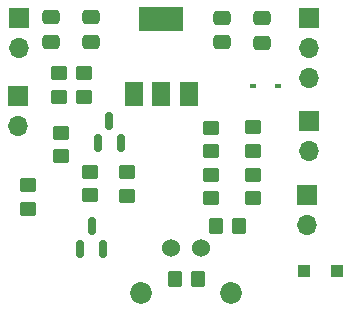
<source format=gbs>
G04 #@! TF.GenerationSoftware,KiCad,Pcbnew,6.0.4-6f826c9f35~116~ubuntu20.04.1*
G04 #@! TF.CreationDate,2022-03-23T14:40:53-04:00*
G04 #@! TF.ProjectId,ESP32 Sensing,45535033-3220-4536-956e-73696e672e6b,rev?*
G04 #@! TF.SameCoordinates,Original*
G04 #@! TF.FileFunction,Soldermask,Bot*
G04 #@! TF.FilePolarity,Negative*
%FSLAX46Y46*%
G04 Gerber Fmt 4.6, Leading zero omitted, Abs format (unit mm)*
G04 Created by KiCad (PCBNEW 6.0.4-6f826c9f35~116~ubuntu20.04.1) date 2022-03-23 14:40:53*
%MOMM*%
%LPD*%
G01*
G04 APERTURE LIST*
G04 Aperture macros list*
%AMRoundRect*
0 Rectangle with rounded corners*
0 $1 Rounding radius*
0 $2 $3 $4 $5 $6 $7 $8 $9 X,Y pos of 4 corners*
0 Add a 4 corners polygon primitive as box body*
4,1,4,$2,$3,$4,$5,$6,$7,$8,$9,$2,$3,0*
0 Add four circle primitives for the rounded corners*
1,1,$1+$1,$2,$3*
1,1,$1+$1,$4,$5*
1,1,$1+$1,$6,$7*
1,1,$1+$1,$8,$9*
0 Add four rect primitives between the rounded corners*
20,1,$1+$1,$2,$3,$4,$5,0*
20,1,$1+$1,$4,$5,$6,$7,0*
20,1,$1+$1,$6,$7,$8,$9,0*
20,1,$1+$1,$8,$9,$2,$3,0*%
G04 Aperture macros list end*
%ADD10R,1.700000X1.700000*%
%ADD11O,1.700000X1.700000*%
%ADD12C,1.524000*%
%ADD13C,1.850000*%
%ADD14RoundRect,0.250000X0.350000X0.450000X-0.350000X0.450000X-0.350000X-0.450000X0.350000X-0.450000X0*%
%ADD15RoundRect,0.250000X-0.450000X0.350000X-0.450000X-0.350000X0.450000X-0.350000X0.450000X0.350000X0*%
%ADD16RoundRect,0.250000X0.450000X-0.350000X0.450000X0.350000X-0.450000X0.350000X-0.450000X-0.350000X0*%
%ADD17RoundRect,0.150000X0.150000X-0.587500X0.150000X0.587500X-0.150000X0.587500X-0.150000X-0.587500X0*%
%ADD18RoundRect,0.250000X-0.350000X-0.450000X0.350000X-0.450000X0.350000X0.450000X-0.350000X0.450000X0*%
%ADD19RoundRect,0.250000X0.475000X-0.337500X0.475000X0.337500X-0.475000X0.337500X-0.475000X-0.337500X0*%
%ADD20R,1.100000X1.100000*%
%ADD21R,0.600000X0.450000*%
%ADD22R,1.500000X2.000000*%
%ADD23R,3.800000X2.000000*%
G04 APERTURE END LIST*
D10*
X119239515Y-104601318D03*
D11*
X119239515Y-107141318D03*
D10*
X143700520Y-112925392D03*
D11*
X143700520Y-115465392D03*
D10*
X143817774Y-97982584D03*
D11*
X143817774Y-100522584D03*
X143817774Y-103062584D03*
D10*
X119276904Y-97925948D03*
D11*
X119276904Y-100465948D03*
D10*
X143852139Y-106714365D03*
D11*
X143852139Y-109254365D03*
D12*
X132190868Y-117404053D03*
X134730868Y-117404053D03*
D13*
X129650868Y-121214053D03*
X137270868Y-121214053D03*
D14*
X134475745Y-120019834D03*
X132475745Y-120019834D03*
D15*
X135522187Y-111211093D03*
X135522187Y-113211093D03*
D16*
X124784101Y-104625595D03*
X124784101Y-102625595D03*
D15*
X122686912Y-102645379D03*
X122686912Y-104645379D03*
D17*
X127891067Y-108578172D03*
X125991067Y-108578172D03*
X126941067Y-106703172D03*
D15*
X139065471Y-107220000D03*
X139065471Y-109220000D03*
D18*
X135949738Y-115573251D03*
X137949738Y-115573251D03*
D19*
X125386298Y-99955049D03*
X125386298Y-97880049D03*
D17*
X126378478Y-117481927D03*
X124478478Y-117481927D03*
X125428478Y-115606927D03*
D15*
X135545928Y-107246218D03*
X135545928Y-109246218D03*
D19*
X136473027Y-100005903D03*
X136473027Y-97930903D03*
D15*
X139059710Y-111211093D03*
X139059710Y-113211093D03*
D20*
X146180000Y-119380000D03*
X143380000Y-119380000D03*
D15*
X125338878Y-110982015D03*
X125338878Y-112982015D03*
X120059481Y-112114588D03*
X120059481Y-114114588D03*
D21*
X141206564Y-103692696D03*
X139106564Y-103692696D03*
D16*
X128393918Y-113022749D03*
X128393918Y-111022749D03*
D22*
X133651971Y-104369973D03*
X131351971Y-104369973D03*
D23*
X131351971Y-98069973D03*
D22*
X129051971Y-104369973D03*
D16*
X122864644Y-109677474D03*
X122864644Y-107677474D03*
D19*
X139878179Y-100038106D03*
X139878179Y-97963106D03*
X122012752Y-99978791D03*
X122012752Y-97903791D03*
M02*

</source>
